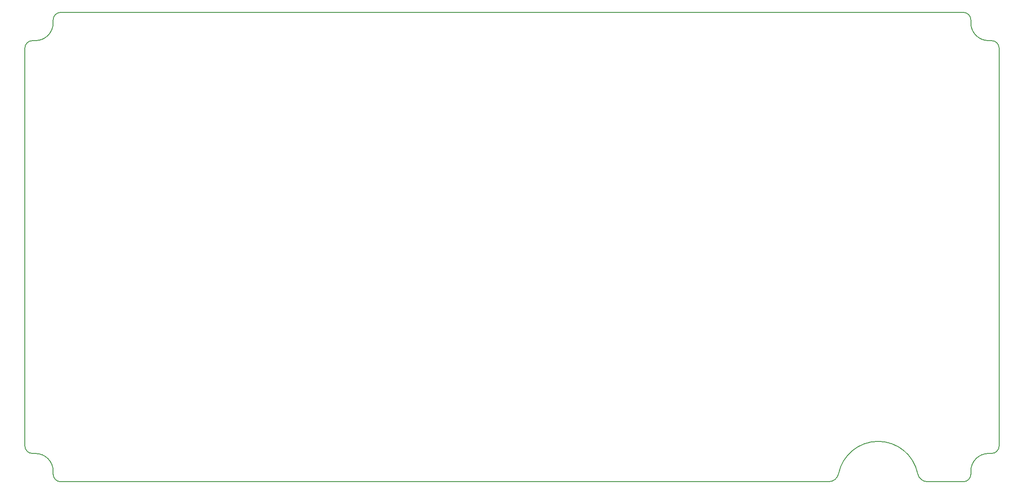
<source format=gbr>
G04 #@! TF.GenerationSoftware,KiCad,Pcbnew,5.1.8-db9833491~87~ubuntu20.04.1*
G04 #@! TF.CreationDate,2020-11-27T15:15:21+01:00*
G04 #@! TF.ProjectId,bottom-board,626f7474-6f6d-42d6-926f-6172642e6b69,rev?*
G04 #@! TF.SameCoordinates,Original*
G04 #@! TF.FileFunction,Profile,NP*
%FSLAX46Y46*%
G04 Gerber Fmt 4.6, Leading zero omitted, Abs format (unit mm)*
G04 Created by KiCad (PCBNEW 5.1.8-db9833491~87~ubuntu20.04.1) date 2020-11-27 15:15:21*
%MOMM*%
%LPD*%
G01*
G04 APERTURE LIST*
G04 #@! TA.AperFunction,Profile*
%ADD10C,0.200000*%
G04 #@! TD*
G04 APERTURE END LIST*
D10*
X59410000Y-49030000D02*
X59410000Y-127830000D01*
X246810000Y-43430000D02*
X246810000Y-44030000D01*
X66510000Y-134930000D02*
G75*
G02*
X65010000Y-133430000I0J1500000D01*
G01*
X61510000Y-129330000D02*
G75*
G02*
X65010000Y-132830000I0J-3500000D01*
G01*
X60910000Y-129330000D02*
G75*
G02*
X59410000Y-127830000I0J1500000D01*
G01*
X245310000Y-134930000D02*
X238244000Y-134930000D01*
X60910000Y-129330000D02*
X61510000Y-129330000D01*
X59410000Y-49030000D02*
G75*
G02*
X60910000Y-47530000I1500000J0D01*
G01*
X65010000Y-44030000D02*
G75*
G02*
X61510000Y-47530000I-3500000J0D01*
G01*
X65010000Y-43430000D02*
G75*
G02*
X66510000Y-41930000I1500000J0D01*
G01*
X252410000Y-49030000D02*
X252410000Y-127830000D01*
X238244000Y-134930000D02*
G75*
G02*
X236283118Y-133330000I-1290J2000000D01*
G01*
X252410000Y-127830000D02*
G75*
G02*
X250910000Y-129330000I-1500000J0D01*
G01*
X246810000Y-132830000D02*
G75*
G02*
X250310000Y-129330000I3500000J0D01*
G01*
X246810000Y-133430000D02*
G75*
G02*
X245310000Y-134930000I-1500000J0D01*
G01*
X250910000Y-129330000D02*
X250310000Y-129330000D01*
X220607113Y-133326432D02*
G75*
G02*
X236283118Y-133330000I7837638J-1603568D01*
G01*
X220607113Y-133326432D02*
G75*
G02*
X218647264Y-134927696I-1959849J398736D01*
G01*
X218647264Y-134927696D02*
X66510000Y-134930000D01*
X66510000Y-41930000D02*
X245310000Y-41930000D01*
X245310000Y-41930000D02*
G75*
G02*
X246810000Y-43430000I0J-1500000D01*
G01*
X250310000Y-47530000D02*
G75*
G02*
X246810000Y-44030000I0J3500000D01*
G01*
X250910000Y-47530000D02*
G75*
G02*
X252410000Y-49030000I0J-1500000D01*
G01*
X250310000Y-47530000D02*
X250910000Y-47530000D01*
X65010000Y-44030000D02*
X65010000Y-43430000D01*
X246810000Y-132830000D02*
X246810000Y-133430000D01*
X60910000Y-47530000D02*
X61510000Y-47530000D01*
X65010000Y-133430000D02*
X65010000Y-132830000D01*
M02*

</source>
